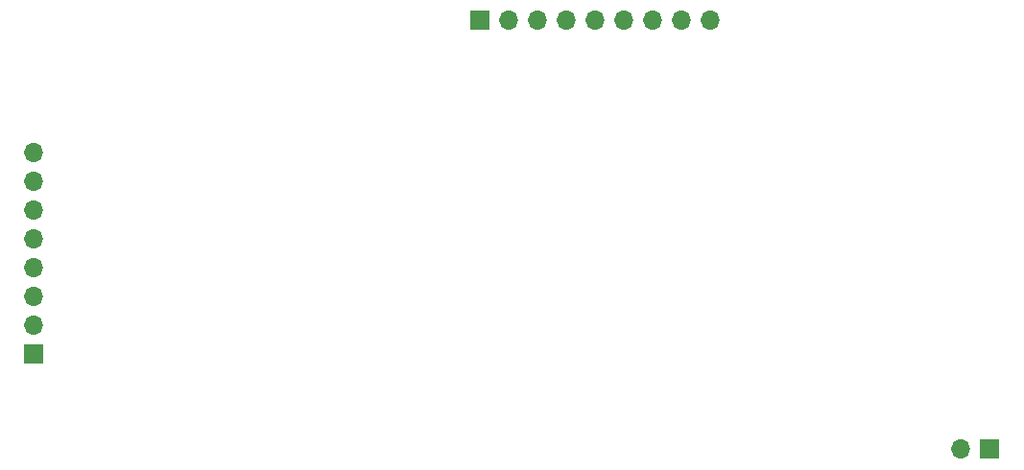
<source format=gbr>
%TF.GenerationSoftware,KiCad,Pcbnew,(6.0.0-0)*%
%TF.CreationDate,2022-03-19T19:47:00-04:00*%
%TF.ProjectId,interrupts,696e7465-7272-4757-9074-732e6b696361,rev?*%
%TF.SameCoordinates,Original*%
%TF.FileFunction,Soldermask,Bot*%
%TF.FilePolarity,Negative*%
%FSLAX46Y46*%
G04 Gerber Fmt 4.6, Leading zero omitted, Abs format (unit mm)*
G04 Created by KiCad (PCBNEW (6.0.0-0)) date 2022-03-19 19:47:00*
%MOMM*%
%LPD*%
G01*
G04 APERTURE LIST*
%ADD10R,1.700000X1.700000*%
%ADD11O,1.700000X1.700000*%
G04 APERTURE END LIST*
D10*
%TO.C,J3*%
X183134000Y-125984000D03*
D11*
X180594000Y-125984000D03*
%TD*%
D10*
%TO.C,J1*%
X98806000Y-117602000D03*
D11*
X98806000Y-115062000D03*
X98806000Y-112522000D03*
X98806000Y-109982000D03*
X98806000Y-107442000D03*
X98806000Y-104902000D03*
X98806000Y-102362000D03*
X98806000Y-99822000D03*
%TD*%
D10*
%TO.C,J2*%
X138176000Y-88138000D03*
D11*
X140716000Y-88138000D03*
X143256000Y-88138000D03*
X145796000Y-88138000D03*
X148336000Y-88138000D03*
X150876000Y-88138000D03*
X153416000Y-88138000D03*
X155956000Y-88138000D03*
X158496000Y-88138000D03*
%TD*%
M02*

</source>
